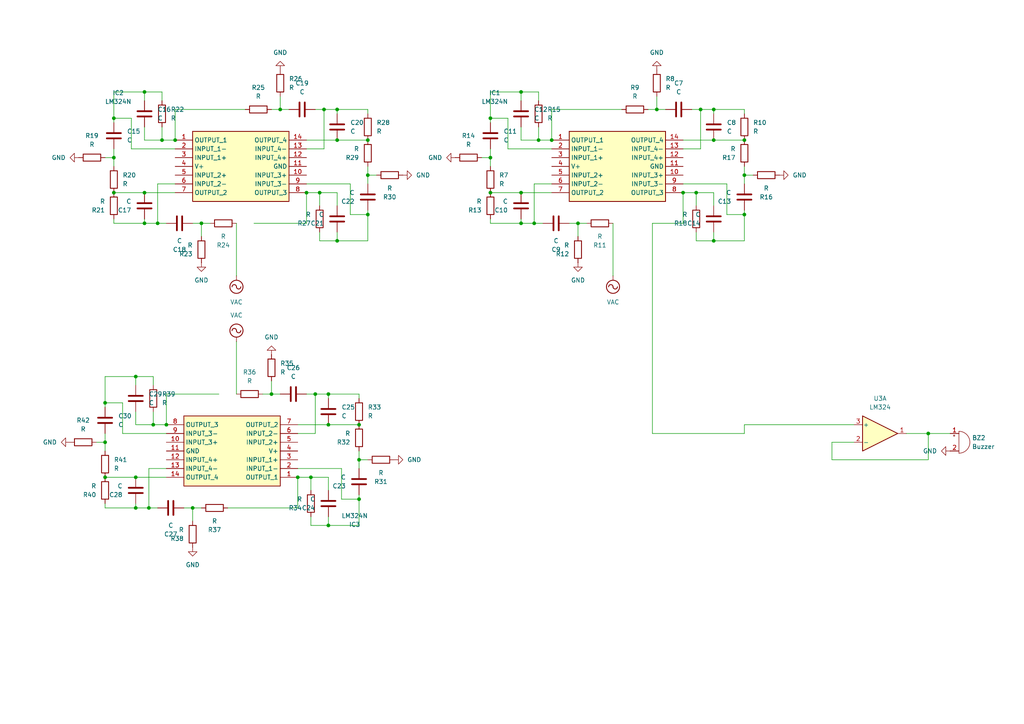
<source format=kicad_sch>
(kicad_sch (version 20250114) (generator "eeschema") (generator_version "9.0")
  (paper "A4")
  (lib_symbols
    (symbol "Amplifier_Operational:LM324" (pin_names (offset 0.127))
      (property "Reference" "U" (at 0 5.08 0))
      (property "Value" "LM324" (at 0 -5.08 0))
      (symbol "LM324_1_1"
        (polyline (pts (xy -5.08 5.08) (xy 5.08 0) (xy -5.08 -5.08) (xy -5.08 5.08)) (stroke (width 0.254)) (fill (type background)))
        (pin input line (at -7.62 2.54 0) (length 2.54) (name "+") (number "3"))
        (pin input line (at -7.62 -2.54 0) (length 2.54) (name "-") (number "2"))
        (pin output line (at 7.62 0 180) (length 2.54) (name "~") (number "1"))
      )
      (symbol "LM324_2_1"
        (polyline (pts (xy -5.08 5.08) (xy 5.08 0) (xy -5.08 -5.08) (xy -5.08 5.08)) (stroke (width 0.254)) (fill (type background)))
        (pin input line (at -7.62 2.54 0) (length 2.54) (name "+") (number "5"))
        (pin input line (at -7.62 -2.54 0) (length 2.54) (name "-") (number "6"))
        (pin output line (at 7.62 0 180) (length 2.54) (name "~") (number "7"))
      )
      (symbol "LM324_3_1"
        (polyline (pts (xy -5.08 5.08) (xy 5.08 0) (xy -5.08 -5.08) (xy -5.08 5.08)) (stroke (width 0.254)) (fill (type background)))
        (pin input line (at -7.62 2.54 0) (length 2.54) (name "+") (number "10"))
        (pin input line (at -7.62 -2.54 0) (length 2.54) (name "-") (number "9"))
        (pin output line (at 7.62 0 180) (length 2.54) (name "~") (number "8"))
      )
      (symbol "LM324_4_1"
        (polyline (pts (xy -5.08 5.08) (xy 5.08 0) (xy -5.08 -5.08) (xy -5.08 5.08)) (stroke (width 0.254)) (fill (type background)))
        (pin input line (at -7.62 2.54 0) (length 2.54) (name "+") (number "12"))
        (pin input line (at -7.62 -2.54 0) (length 2.54) (name "-") (number "13"))
        (pin output line (at 7.62 0 180) (length 2.54) (name "~") (number "14"))
      )
      (symbol "LM324_5_1"
        (pin power_in line (at -2.54 7.62 270) (length 3.81) (name "V+") (number "4"))
        (pin power_in line (at -2.54 -7.62 90) (length 3.81) (name "V-") (number "11"))
      )
    )
    (symbol "Device:Buzzer" (pin_names (offset 0.0254) (hide yes))
      (property "Reference" "BZ" (at 3.81 1.27 0))
      (property "Value" "Buzzer" (at 3.81 -1.27 0))
      (symbol "Buzzer_0_1"
        (polyline (pts (xy -1.651 1.905) (xy -1.143 1.905)))
        (polyline (pts (xy -1.397 2.159) (xy -1.397 1.651)))
        (arc (start 0 3.175) (mid 3.1612 0) (end 0 -3.175))
        (polyline (pts (xy 0 3.175) (xy 0 -3.175)))
      )
      (symbol "Buzzer_1_1"
        (pin passive line (at -2.54 2.54 0) (length 2.54) (name "+") (number "1"))
        (pin passive line (at -2.54 -2.54 0) (length 2.54) (name "-") (number "2"))
      )
    )
    (symbol "Device:C" (pin_numbers (hide yes)) (pin_names (offset 0.254))
      (property "Reference" "C" (at 0.635 2.54 0))
      (property "Value" "C" (at 0.635 -2.54 0))
      (symbol "C_0_1"
        (polyline (pts (xy -2.032 0.762) (xy 2.032 0.762)) (stroke (width 0.508)))
        (polyline (pts (xy -2.032 -0.762) (xy 2.032 -0.762)) (stroke (width 0.508)))
      )
      (symbol "C_1_1"
        (pin passive line (at 0 3.81 270) (length 2.794) (name "~") (number "1"))
        (pin passive line (at 0 -3.81 90) (length 2.794) (name "~") (number "2"))
      )
    )
    (symbol "Device:R" (pin_numbers (hide yes)) (pin_names (offset 0))
      (property "Reference" "R" (at 2.032 0 90))
      (property "Value" "R" (at 0 0 90))
      (symbol "R_0_1"
        (rectangle (start -1.016 -2.54) (end 1.016 2.54) (stroke (width 0.254)))
      )
      (symbol "R_1_1"
        (pin passive line (at 0 3.81 270) (length 1.27) (name "~") (number "1"))
        (pin passive line (at 0 -3.81 90) (length 1.27) (name "~") (number "2"))
      )
    )
    (symbol "New_Library:LM324N"
      (property "Reference" "IC" (at 34.29 7.62 0))
      (property "Value" "LM324N" (at 34.29 5.08 0))
      (symbol "LM324N_1_1"
        (rectangle (start 5.08 2.54) (end 33.02 -17.78) (stroke (width 0.254)) (fill (type background)))
        (pin passive line (at 0 0 0) (length 5.08) (name "OUTPUT_1") (number "1"))
        (pin passive line (at 0 -2.54 0) (length 5.08) (name "INPUT_1-") (number "2"))
        (pin passive line (at 0 -5.08 0) (length 5.08) (name "INPUT_1+") (number "3"))
        (pin passive line (at 0 -7.62 0) (length 5.08) (name "V+") (number "4"))
        (pin passive line (at 0 -10.16 0) (length 5.08) (name "INPUT_2+") (number "5"))
        (pin passive line (at 0 -12.7 0) (length 5.08) (name "INPUT_2-") (number "6"))
        (pin passive line (at 0 -15.24 0) (length 5.08) (name "OUTPUT_2") (number "7"))
        (pin passive line (at 38.1 0 180) (length 5.08) (name "OUTPUT_4") (number "14"))
        (pin passive line (at 38.1 -2.54 180) (length 5.08) (name "INPUT_4-") (number "13"))
        (pin passive line (at 38.1 -5.08 180) (length 5.08) (name "INPUT_4+") (number "12"))
        (pin passive line (at 38.1 -7.62 180) (length 5.08) (name "GND") (number "11"))
        (pin passive line (at 38.1 -10.16 180) (length 5.08) (name "INPUT_3+") (number "10"))
        (pin passive line (at 38.1 -12.7 180) (length 5.08) (name "INPUT_3-") (number "9"))
        (pin passive line (at 38.1 -15.24 180) (length 5.08) (name "OUTPUT_3") (number "8"))
      )
    )
    (symbol "power:GND" (power) (pin_numbers (hide yes)) (pin_names (offset 0) (hide yes))
      (property "Value" "GND" (at 0 -3.81 0))
      (symbol "GND_0_1"
        (polyline (pts (xy 0 0) (xy 0 -1.27) (xy 1.27 -1.27) (xy 0 -2.54) (xy -1.27 -1.27) (xy 0 -1.27)))
      )
      (symbol "GND_1_1"
        (pin power_in line (at 0 0 270) (length 0) (name "~") (number "1"))
      )
    )
    (symbol "power:VAC" (power) (pin_numbers (hide yes)) (pin_names (offset 0) (hide yes))
      (property "Value" "VAC" (at 0 6.35 0))
      (symbol "VAC_0_1"
        (arc (start -1.27 3.175) (mid -0.635 3.8073) (end 0 3.175) (stroke (width 0.254)))
        (circle (center 0 3.175) (radius 1.905) (stroke (width 0.254)))
        (polyline (pts (xy 0 0) (xy 0 1.27)))
        (arc (start 1.27 3.175) (mid 0.635 2.5427) (end 0 3.175) (stroke (width 0.254)))
      )
      (symbol "VAC_1_1"
        (pin power_in line (at 0 0 90) (length 0) (name "~") (number "1"))
      )
    )
  )
  (junction (at 151.13 55.88))
  (junction (at 207.01 31.75))
  (junction (at 41.91 26.67))
  (junction (at 41.91 55.88))
  (junction (at 269.24 125.73))
  (junction (at 95.25 123.19))
  (junction (at 55.88 147.32))
  (junction (at 33.02 45.72))
  (junction (at 106.68 62.23))
  (junction (at 39.37 109.22))
  (junction (at 142.24 45.72))
  (junction (at 207.01 69.85))
  (junction (at 46.99 40.64))
  (junction (at 92.71 55.88))
  (junction (at 43.18 147.32))
  (junction (at 154.94 64.77))
  (junction (at 203.2 31.75))
  (junction (at 104.14 123.19))
  (junction (at 39.37 138.43))
  (junction (at 44.45 123.19))
  (junction (at 198.12 55.88))
  (junction (at 90.17 138.43))
  (junction (at 33.02 34.29))
  (junction (at 88.9 55.88))
  (junction (at 30.48 116.84))
  (junction (at 97.79 31.75))
  (junction (at 142.24 55.88))
  (junction (at 190.5 31.75))
  (junction (at 58.42 64.77))
  (junction (at 45.72 64.77))
  (junction (at 86.36 138.43))
  (junction (at 48.26 123.19))
  (junction (at 30.48 128.27))
  (junction (at 50.8 40.64))
  (junction (at 142.24 34.29))
  (junction (at 160.02 40.64))
  (junction (at 93.98 31.75))
  (junction (at 106.68 40.64))
  (junction (at 97.79 40.64))
  (junction (at 33.02 55.88))
  (junction (at 81.28 31.75))
  (junction (at 167.64 64.77))
  (junction (at 39.37 147.32))
  (junction (at 215.9 40.64))
  (junction (at 207.01 40.64))
  (junction (at 151.13 64.77))
  (junction (at 106.68 50.8))
  (junction (at 95.25 152.4))
  (junction (at 97.79 69.85))
  (junction (at 30.48 138.43))
  (junction (at 78.74 114.3))
  (junction (at 95.25 114.3))
  (junction (at 151.13 26.67))
  (junction (at 156.21 40.64))
  (junction (at 215.9 62.23))
  (junction (at 104.14 144.78))
  (junction (at 91.44 114.3))
  (junction (at 201.93 55.88))
  (junction (at 215.9 50.8))
  (junction (at 41.91 64.77))
  (junction (at 104.14 133.35))
  (wire (pts (xy 50.8 55.88) (xy 41.91 55.88)))
  (wire (pts (xy 215.9 53.34) (xy 215.9 50.8)))
  (wire (pts (xy 39.37 147.32) (xy 30.48 147.32)))
  (wire (pts (xy 207.01 69.85) (xy 207.01 67.31)))
  (wire (pts (xy 189.23 64.77) (xy 189.23 125.73)))
  (wire (pts (xy 160.02 55.88) (xy 151.13 55.88)))
  (wire (pts (xy 198.12 43.18) (xy 203.2 43.18)))
  (wire (pts (xy 81.28 31.75) (xy 83.82 31.75)))
  (wire (pts (xy 142.24 34.29) (xy 142.24 35.56)))
  (wire (pts (xy 86.36 147.32) (xy 86.36 138.43)))
  (wire (pts (xy 160.02 31.75) (xy 180.34 31.75)))
  (wire (pts (xy 91.44 31.75) (xy 93.98 31.75)))
  (wire (pts (xy 41.91 36.83) (xy 41.91 40.64)))
  (wire (pts (xy 151.13 26.67) (xy 151.13 29.21)))
  (wire (pts (xy 203.2 31.75) (xy 203.2 43.18)))
  (wire (pts (xy 189.23 64.77) (xy 198.12 64.77)))
  (wire (pts (xy 106.68 31.75) (xy 106.68 33.02)))
  (wire (pts (xy 95.25 152.4) (xy 95.25 149.86)))
  (wire (pts (xy 39.37 138.43) (xy 30.48 138.43)))
  (wire (pts (xy 106.68 62.23) (xy 106.68 69.85)))
  (wire (pts (xy 106.68 133.35) (xy 104.14 133.35)))
  (wire (pts (xy 93.98 31.75) (xy 93.98 43.18)))
  (wire (pts (xy 104.14 144.78) (xy 104.14 152.4)))
  (wire (pts (xy 27.94 128.27) (xy 30.48 128.27)))
  (wire (pts (xy 97.79 31.75) (xy 106.68 31.75)))
  (wire (pts (xy 95.25 138.43) (xy 90.17 138.43)))
  (wire (pts (xy 190.5 27.94) (xy 190.5 31.75)))
  (wire (pts (xy 160.02 53.34) (xy 154.94 53.34)))
  (wire (pts (xy 104.14 114.3) (xy 104.14 115.57)))
  (wire (pts (xy 167.64 68.58) (xy 167.64 64.77)))
  (wire (pts (xy 92.71 69.85) (xy 92.71 67.31)))
  (wire (pts (xy 39.37 123.19) (xy 44.45 123.19)))
  (wire (pts (xy 207.01 59.69) (xy 207.01 55.88)))
  (wire (pts (xy 167.64 64.77) (xy 165.1 64.77)))
  (wire (pts (xy 99.06 135.89) (xy 86.36 135.89)))
  (wire (pts (xy 154.94 64.77) (xy 154.94 53.34)))
  (wire (pts (xy 207.01 55.88) (xy 201.93 55.88)))
  (wire (pts (xy 41.91 55.88) (xy 33.02 55.88)))
  (wire (pts (xy 92.71 59.69) (xy 92.71 55.88)))
  (wire (pts (xy 55.88 147.32) (xy 53.34 147.32)))
  (wire (pts (xy 92.71 55.88) (xy 88.9 55.88)))
  (wire (pts (xy 151.13 64.77) (xy 151.13 63.5)))
  (wire (pts (xy 90.17 142.24) (xy 90.17 138.43)))
  (wire (pts (xy 101.6 62.23) (xy 101.6 53.34)))
  (wire (pts (xy 86.36 125.73) (xy 91.44 125.73)))
  (wire (pts (xy 198.12 40.64) (xy 207.01 40.64)))
  (wire (pts (xy 44.45 119.38) (xy 44.45 123.19)))
  (wire (pts (xy 30.48 116.84) (xy 30.48 109.22)))
  (wire (pts (xy 101.6 53.34) (xy 88.9 53.34)))
  (wire (pts (xy 91.44 114.3) (xy 95.25 114.3)))
  (wire (pts (xy 203.2 31.75) (xy 207.01 31.75)))
  (wire (pts (xy 30.48 125.73) (xy 30.48 128.27)))
  (wire (pts (xy 151.13 64.77) (xy 142.24 64.77)))
  (wire (pts (xy 218.44 50.8) (xy 215.9 50.8)))
  (wire (pts (xy 33.02 34.29) (xy 38.1 34.29)))
  (wire (pts (xy 142.24 26.67) (xy 151.13 26.67)))
  (wire (pts (xy 269.24 125.73) (xy 275.59 125.73)))
  (wire (pts (xy 78.74 114.3) (xy 81.28 114.3)))
  (wire (pts (xy 33.02 26.67) (xy 41.91 26.67)))
  (wire (pts (xy 48.26 64.77) (xy 45.72 64.77)))
  (wire (pts (xy 142.24 45.72) (xy 142.24 48.26)))
  (wire (pts (xy 156.21 26.67) (xy 156.21 29.21)))
  (wire (pts (xy 207.01 31.75) (xy 215.9 31.75)))
  (wire (pts (xy 215.9 125.73) (xy 215.9 123.19)))
  (wire (pts (xy 142.24 43.18) (xy 142.24 45.72)))
  (wire (pts (xy 68.58 64.77) (xy 68.58 80.01)))
  (wire (pts (xy 151.13 36.83) (xy 151.13 40.64)))
  (wire (pts (xy 95.25 114.3) (xy 104.14 114.3)))
  (wire (pts (xy 147.32 34.29) (xy 147.32 43.18)))
  (wire (pts (xy 97.79 69.85) (xy 97.79 67.31)))
  (wire (pts (xy 44.45 123.19) (xy 48.26 123.19)))
  (wire (pts (xy 215.9 50.8) (xy 215.9 48.26)))
  (wire (pts (xy 215.9 31.75) (xy 215.9 33.02)))
  (wire (pts (xy 45.72 64.77) (xy 41.91 64.77)))
  (wire (pts (xy 99.06 144.78) (xy 99.06 135.89)))
  (wire (pts (xy 39.37 109.22) (xy 44.45 109.22)))
  (wire (pts (xy 35.56 116.84) (xy 35.56 125.73)))
  (wire (pts (xy 187.96 31.75) (xy 190.5 31.75)))
  (wire (pts (xy 44.45 109.22) (xy 44.45 111.76)))
  (wire (pts (xy 106.68 50.8) (xy 106.68 48.26)))
  (wire (pts (xy 46.99 26.67) (xy 46.99 29.21)))
  (wire (pts (xy 104.14 133.35) (xy 104.14 130.81)))
  (wire (pts (xy 88.9 64.77) (xy 88.9 55.88)))
  (wire (pts (xy 97.79 55.88) (xy 92.71 55.88)))
  (wire (pts (xy 147.32 43.18) (xy 160.02 43.18)))
  (wire (pts (xy 38.1 43.18) (xy 50.8 43.18)))
  (wire (pts (xy 68.58 114.3) (xy 68.58 99.06)))
  (wire (pts (xy 210.82 62.23) (xy 210.82 53.34)))
  (wire (pts (xy 30.48 128.27) (xy 30.48 130.81)))
  (wire (pts (xy 95.25 152.4) (xy 90.17 152.4)))
  (wire (pts (xy 30.48 116.84) (xy 35.56 116.84)))
  (wire (pts (xy 46.99 36.83) (xy 46.99 40.64)))
  (wire (pts (xy 97.79 31.75) (xy 97.79 33.02)))
  (wire (pts (xy 60.96 64.77) (xy 58.42 64.77)))
  (wire (pts (xy 156.21 40.64) (xy 160.02 40.64)))
  (wire (pts (xy 90.17 138.43) (xy 86.36 138.43)))
  (wire (pts (xy 104.14 152.4) (xy 95.25 152.4)))
  (wire (pts (xy 33.02 64.77) (xy 33.02 63.5)))
  (wire (pts (xy 45.72 147.32) (xy 43.18 147.32)))
  (wire (pts (xy 30.48 147.32) (xy 30.48 146.05)))
  (wire (pts (xy 97.79 40.64) (xy 106.68 40.64)))
  (wire (pts (xy 106.68 62.23) (xy 101.6 62.23)))
  (wire (pts (xy 156.21 36.83) (xy 156.21 40.64)))
  (wire (pts (xy 93.98 31.75) (xy 97.79 31.75)))
  (wire (pts (xy 41.91 26.67) (xy 41.91 29.21)))
  (wire (pts (xy 41.91 64.77) (xy 41.91 63.5)))
  (wire (pts (xy 63.5 114.3) (xy 48.26 114.3)))
  (wire (pts (xy 91.44 114.3) (xy 91.44 125.73)))
  (wire (pts (xy 43.18 147.32) (xy 43.18 135.89)))
  (wire (pts (xy 104.14 135.89) (xy 104.14 133.35)))
  (wire (pts (xy 58.42 64.77) (xy 55.88 64.77)))
  (wire (pts (xy 241.3 133.35) (xy 269.24 133.35)))
  (wire (pts (xy 48.26 114.3) (xy 48.26 123.19)))
  (wire (pts (xy 109.22 50.8) (xy 106.68 50.8)))
  (wire (pts (xy 200.66 31.75) (xy 203.2 31.75)))
  (wire (pts (xy 95.25 123.19) (xy 104.14 123.19)))
  (wire (pts (xy 90.17 152.4) (xy 90.17 149.86)))
  (wire (pts (xy 106.68 69.85) (xy 97.79 69.85)))
  (wire (pts (xy 86.36 123.19) (xy 95.25 123.19)))
  (wire (pts (xy 88.9 43.18) (xy 93.98 43.18)))
  (wire (pts (xy 241.3 128.27) (xy 247.65 128.27)))
  (wire (pts (xy 39.37 109.22) (xy 39.37 111.76)))
  (wire (pts (xy 33.02 45.72) (xy 33.02 48.26)))
  (wire (pts (xy 35.56 125.73) (xy 48.26 125.73)))
  (wire (pts (xy 215.9 62.23) (xy 215.9 60.96)))
  (wire (pts (xy 215.9 62.23) (xy 210.82 62.23)))
  (wire (pts (xy 33.02 34.29) (xy 33.02 26.67)))
  (wire (pts (xy 210.82 53.34) (xy 198.12 53.34)))
  (wire (pts (xy 33.02 34.29) (xy 33.02 35.56)))
  (wire (pts (xy 45.72 64.77) (xy 45.72 53.34)))
  (wire (pts (xy 139.7 45.72) (xy 142.24 45.72)))
  (wire (pts (xy 201.93 69.85) (xy 201.93 67.31)))
  (wire (pts (xy 41.91 64.77) (xy 33.02 64.77)))
  (wire (pts (xy 78.74 31.75) (xy 81.28 31.75)))
  (wire (pts (xy 58.42 68.58) (xy 58.42 64.77)))
  (wire (pts (xy 106.68 53.34) (xy 106.68 50.8)))
  (wire (pts (xy 97.79 69.85) (xy 92.71 69.85)))
  (wire (pts (xy 207.01 40.64) (xy 215.9 40.64)))
  (wire (pts (xy 86.36 147.32) (xy 66.04 147.32)))
  (wire (pts (xy 50.8 31.75) (xy 50.8 40.64)))
  (wire (pts (xy 73.66 64.77) (xy 88.9 64.77)))
  (wire (pts (xy 41.91 26.67) (xy 46.99 26.67)))
  (wire (pts (xy 78.74 110.49) (xy 78.74 114.3)))
  (wire (pts (xy 190.5 31.75) (xy 193.04 31.75)))
  (wire (pts (xy 50.8 31.75) (xy 71.12 31.75)))
  (wire (pts (xy 201.93 59.69) (xy 201.93 55.88)))
  (wire (pts (xy 39.37 147.32) (xy 39.37 146.05)))
  (wire (pts (xy 201.93 55.88) (xy 198.12 55.88)))
  (wire (pts (xy 58.42 147.32) (xy 55.88 147.32)))
  (wire (pts (xy 154.94 64.77) (xy 151.13 64.77)))
  (wire (pts (xy 95.25 114.3) (xy 95.25 115.57)))
  (wire (pts (xy 97.79 59.69) (xy 97.79 55.88)))
  (wire (pts (xy 160.02 31.75) (xy 160.02 40.64)))
  (wire (pts (xy 95.25 142.24) (xy 95.25 138.43)))
  (wire (pts (xy 76.2 114.3) (xy 78.74 114.3)))
  (wire (pts (xy 198.12 64.77) (xy 198.12 55.88)))
  (wire (pts (xy 142.24 34.29) (xy 147.32 34.29)))
  (wire (pts (xy 81.28 27.94) (xy 81.28 31.75)))
  (wire (pts (xy 207.01 31.75) (xy 207.01 33.02)))
  (wire (pts (xy 33.02 43.18) (xy 33.02 45.72)))
  (wire (pts (xy 41.91 40.64) (xy 46.99 40.64)))
  (wire (pts (xy 88.9 40.64) (xy 97.79 40.64)))
  (wire (pts (xy 30.48 116.84) (xy 30.48 118.11)))
  (wire (pts (xy 215.9 69.85) (xy 207.01 69.85)))
  (wire (pts (xy 157.48 64.77) (xy 154.94 64.77)))
  (wire (pts (xy 48.26 138.43) (xy 39.37 138.43)))
  (wire (pts (xy 151.13 55.88) (xy 142.24 55.88)))
  (wire (pts (xy 207.01 69.85) (xy 201.93 69.85)))
  (wire (pts (xy 48.26 135.89) (xy 43.18 135.89)))
  (wire (pts (xy 262.89 125.73) (xy 269.24 125.73)))
  (wire (pts (xy 88.9 114.3) (xy 91.44 114.3)))
  (wire (pts (xy 55.88 151.13) (xy 55.88 147.32)))
  (wire (pts (xy 241.3 128.27) (xy 241.3 133.35)))
  (wire (pts (xy 269.24 125.73) (xy 269.24 133.35)))
  (wire (pts (xy 151.13 40.64) (xy 156.21 40.64)))
  (wire (pts (xy 215.9 62.23) (xy 215.9 69.85)))
  (wire (pts (xy 50.8 53.34) (xy 45.72 53.34)))
  (wire (pts (xy 104.14 144.78) (xy 104.14 143.51)))
  (wire (pts (xy 142.24 34.29) (xy 142.24 26.67)))
  (wire (pts (xy 170.18 64.77) (xy 167.64 64.77)))
  (wire (pts (xy 30.48 109.22) (xy 39.37 109.22)))
  (wire (pts (xy 104.14 144.78) (xy 99.06 144.78)))
  (wire (pts (xy 189.23 125.73) (xy 215.9 125.73)))
  (wire (pts (xy 38.1 34.29) (xy 38.1 43.18)))
  (wire (pts (xy 30.48 45.72) (xy 33.02 45.72)))
  (wire (pts (xy 142.24 64.77) (xy 142.24 63.5)))
  (wire (pts (xy 215.9 123.19) (xy 247.65 123.19)))
  (wire (pts (xy 39.37 119.38) (xy 39.37 123.19)))
  (wire (pts (xy 106.68 62.23) (xy 106.68 60.96)))
  (wire (pts (xy 43.18 147.32) (xy 39.37 147.32)))
  (wire (pts (xy 177.8 64.77) (xy 177.8 80.01)))
  (wire (pts (xy 151.13 26.67) (xy 156.21 26.67)))
  (wire (pts (xy 46.99 40.64) (xy 50.8 40.64)))
  (symbol (lib_id "New_Library:LM324N") (at 160.02 40.64 0) (unit 1)
    (property "Reference" "IC1" (at 143.51 26.924 0))
    (property "Value" "LM324N" (at 143.51 29.464 0))
    (property "Footprint" "DIP794W56P254L1905H533Q14N" (effects (hide yes)))
    (property "Datasheet" "http://www.ti.com/lit/ds/symlink/lm324-n.pdf" (effects (hide yes)))
    (property "Description" "OP Amp Quad GP 16V/32V 14-Pin PDIP Texas Instruments LM324N, Quad Op Amp, 1.2MHz, 5-28 V, 14-Pin PDIP" (effects (hide yes)))
    (property "Height" "5.334" (effects (hide yes)))
    (property "Mouser Part Number" "595-LM324N" (effects (hide yes)))
    (property "Mouser Price/Stock" "https://www.mouser.co.uk/ProductDetail/Texas-Instruments/LM324N?qs=VolsR0DjNPqtt3qB38bTqw%3D%3D" (effects (hide yes)))
    (property "Manufacturer_Name" "Texas Instruments" (effects (hide yes)))
    (property "Manufacturer_Part_Number" "LM324N" (effects (hide yes)))
  )
  (symbol (lib_id "Device:R") (at 167.64 72.39 180) (unit 1)
    (property "Reference" "R12" (at 165.1 73.6601 0) (effects (justify left)))
    (property "Value" "R" (at 165.1 71.1201 0) (effects (justify left)))
    (property "Description" "Resistor" (effects (hide yes)))
  )
  (symbol (lib_id "Device:R") (at 24.13 128.27 90) (unit 1)
    (property "Reference" "R42" (at 24.13 121.92 90))
    (property "Value" "R" (at 24.13 124.46 90))
    (property "Description" "Resistor" (effects (hide yes)))
  )
  (symbol (lib_id "Device:R") (at 33.02 52.07 0) (unit 1)
    (property "Reference" "R20" (at 35.56 50.7999 0) (effects (justify left)))
    (property "Value" "R" (at 35.56 53.3399 0) (effects (justify left)))
    (property "Description" "Resistor" (effects (hide yes)))
  )
  (symbol (lib_id "power:VAC") (at 68.58 80.01 180) (unit 1)
    (property "Reference" "#PWR018" (effects (hide yes)))
    (property "Value" "VAC" (at 68.58 87.63 0))
    (property "Description" "Power symbol creates a global label with name \"VAC\"" (effects (hide yes)))
  )
  (symbol (lib_id "Device:C") (at 49.53 147.32 270) (unit 1)
    (property "Reference" "C27" (at 49.53 154.94 90))
    (property "Value" "C" (at 49.53 152.4 90))
    (property "Description" "Unpolarized capacitor" (effects (hide yes)))
  )
  (symbol (lib_id "Device:R") (at 156.21 33.02 0) (unit 1)
    (property "Reference" "R15" (at 158.75 31.7499 0) (effects (justify left)))
    (property "Value" "R" (at 158.75 34.2899 0) (effects (justify left)))
    (property "Description" "Resistor" (effects (hide yes)))
  )
  (symbol (lib_id "Device:C") (at 41.91 59.69 180) (unit 1)
    (property "Reference" "C17" (at 38.1 60.9601 0) (effects (justify left)))
    (property "Value" "C" (at 38.1 58.4201 0) (effects (justify left)))
    (property "Description" "Unpolarized capacitor" (effects (hide yes)))
  )
  (symbol (lib_id "Device:C") (at 207.01 36.83 0) (unit 1)
    (property "Reference" "C8" (at 210.82 35.5599 0) (effects (justify left)))
    (property "Value" "C" (at 210.82 38.0999 0) (effects (justify left)))
    (property "Description" "Unpolarized capacitor" (effects (hide yes)))
  )
  (symbol (lib_id "Device:C") (at 104.14 139.7 180) (unit 1)
    (property "Reference" "C23" (at 100.33 140.9701 0) (effects (justify left)))
    (property "Value" "C" (at 100.33 138.4301 0) (effects (justify left)))
    (property "Description" "Unpolarized capacitor" (effects (hide yes)))
  )
  (symbol (lib_id "New_Library:LM324N") (at 86.36 138.43 180) (unit 1)
    (property "Reference" "IC3" (at 102.87 152.146 0))
    (property "Value" "LM324N" (at 102.87 149.606 0))
    (property "Footprint" "DIP794W56P254L1905H533Q14N" (effects (hide yes)))
    (property "Datasheet" "http://www.ti.com/lit/ds/symlink/lm324-n.pdf" (effects (hide yes)))
    (property "Description" "OP Amp Quad GP 16V/32V 14-Pin PDIP Texas Instruments LM324N, Quad Op Amp, 1.2MHz, 5-28 V, 14-Pin PDIP" (effects (hide yes)))
    (property "Height" "5.334" (effects (hide yes)))
    (property "Mouser Part Number" "595-LM324N" (effects (hide yes)))
    (property "Mouser Price/Stock" "https://www.mouser.co.uk/ProductDetail/Texas-Instruments/LM324N?qs=VolsR0DjNPqtt3qB38bTqw%3D%3D" (effects (hide yes)))
    (property "Manufacturer_Name" "Texas Instruments" (effects (hide yes)))
    (property "Manufacturer_Part_Number" "LM324N" (effects (hide yes)))
  )
  (symbol (lib_id "Device:R") (at 106.68 44.45 180) (unit 1)
    (property "Reference" "R29" (at 104.14 45.7201 0) (effects (justify left)))
    (property "Value" "R" (at 104.14 43.1801 0) (effects (justify left)))
    (property "Description" "Resistor" (effects (hide yes)))
  )
  (symbol (lib_id "Device:R") (at 26.67 45.72 90) (unit 1)
    (property "Reference" "R19" (at 26.67 39.37 90))
    (property "Value" "R" (at 26.67 41.91 90))
    (property "Description" "Resistor" (effects (hide yes)))
  )
  (symbol (lib_id "power:GND") (at 132.08 45.72 270) (unit 1)
    (property "Reference" "#PWR010" (effects (hide yes)))
    (property "Value" "GND" (at 128.27 45.7199 90) (effects (justify right)))
    (property "Description" "Power symbol creates a global label with name \"GND\" , ground" (effects (hide yes)))
  )
  (symbol (lib_id "Device:R") (at 30.48 142.24 0) (unit 1)
    (property "Reference" "R40" (at 27.94 143.5101 0) (effects (justify right)))
    (property "Value" "R" (at 27.94 140.9701 0) (effects (justify right)))
    (property "Description" "Resistor" (effects (hide yes)))
  )
  (symbol (lib_id "Device:C") (at 196.85 31.75 90) (unit 1)
    (property "Reference" "C7" (at 196.85 24.13 90))
    (property "Value" "C" (at 196.85 26.67 90))
    (property "Description" "Unpolarized capacitor" (effects (hide yes)))
  )
  (symbol (lib_id "power:GND") (at 58.42 76.2 0) (unit 1)
    (property "Reference" "#PWR017" (effects (hide yes)))
    (property "Value" "GND" (at 58.42 81.28 0))
    (property "Description" "Power symbol creates a global label with name \"GND\" , ground" (effects (hide yes)))
  )
  (symbol (lib_id "power:GND") (at 55.88 158.75 0) (unit 1)
    (property "Reference" "#PWR024" (effects (hide yes)))
    (property "Value" "GND" (at 55.88 163.83 0))
    (property "Description" "Power symbol creates a global label with name \"GND\" , ground" (effects (hide yes)))
  )
  (symbol (lib_id "power:GND") (at 78.74 102.87 180) (unit 1)
    (property "Reference" "#PWR022" (effects (hide yes)))
    (property "Value" "GND" (at 78.74 97.79 0))
    (property "Description" "Power symbol creates a global label with name \"GND\" , ground" (effects (hide yes)))
  )
  (symbol (lib_id "Device:C") (at 39.37 142.24 180) (unit 1)
    (property "Reference" "C28" (at 35.56 143.5101 0) (effects (justify left)))
    (property "Value" "C" (at 35.56 140.9701 0) (effects (justify left)))
    (property "Description" "Unpolarized capacitor" (effects (hide yes)))
  )
  (symbol (lib_id "Device:C") (at 52.07 64.77 270) (unit 1)
    (property "Reference" "C18" (at 52.07 72.39 90))
    (property "Value" "C" (at 52.07 69.85 90))
    (property "Description" "Unpolarized capacitor" (effects (hide yes)))
  )
  (symbol (lib_id "power:GND") (at 81.28 20.32 180) (unit 1)
    (property "Reference" "#PWR019" (effects (hide yes)))
    (property "Value" "GND" (at 81.28 15.24 0))
    (property "Description" "Power symbol creates a global label with name \"GND\" , ground" (effects (hide yes)))
  )
  (symbol (lib_id "Device:R") (at 190.5 24.13 0) (unit 1)
    (property "Reference" "R8" (at 193.04 22.8599 0) (effects (justify left)))
    (property "Value" "R" (at 193.04 25.3999 0) (effects (justify left)))
    (property "Description" "Resistor" (effects (hide yes)))
  )
  (symbol (lib_id "Device:C") (at 151.13 59.69 180) (unit 1)
    (property "Reference" "C10" (at 147.32 60.9601 0) (effects (justify left)))
    (property "Value" "C" (at 147.32 58.4201 0) (effects (justify left)))
    (property "Description" "Unpolarized capacitor" (effects (hide yes)))
  )
  (symbol (lib_id "Device:C") (at 215.9 57.15 180) (unit 1)
    (property "Reference" "C13" (at 212.09 58.4201 0) (effects (justify left)))
    (property "Value" "C" (at 212.09 55.8801 0) (effects (justify left)))
    (property "Description" "Unpolarized capacitor" (effects (hide yes)))
  )
  (symbol (lib_id "Device:C") (at 95.25 119.38 0) (unit 1)
    (property "Reference" "C25" (at 99.06 118.1099 0) (effects (justify left)))
    (property "Value" "C" (at 99.06 120.6499 0) (effects (justify left)))
    (property "Description" "Unpolarized capacitor" (effects (hide yes)))
  )
  (symbol (lib_id "power:GND") (at 226.06 50.8 90) (unit 1)
    (property "Reference" "#PWR012" (effects (hide yes)))
    (property "Value" "GND" (at 229.87 50.7999 90) (effects (justify right)))
    (property "Description" "Power symbol creates a global label with name \"GND\" , ground" (effects (hide yes)))
  )
  (symbol (lib_id "Device:R") (at 106.68 36.83 180) (unit 1)
    (property "Reference" "R28" (at 109.22 35.5599 0) (effects (justify right)))
    (property "Value" "R" (at 109.22 38.0999 0) (effects (justify right)))
    (property "Description" "Resistor" (effects (hide yes)))
  )
  (symbol (lib_id "Device:R") (at 74.93 31.75 90) (unit 1)
    (property "Reference" "R25" (at 74.93 25.4 90))
    (property "Value" "R" (at 74.93 27.94 90))
    (property "Description" "Resistor" (effects (hide yes)))
  )
  (symbol (lib_id "Device:R") (at 113.03 50.8 270) (unit 1)
    (property "Reference" "R30" (at 113.03 57.15 90))
    (property "Value" "R" (at 113.03 54.61 90))
    (property "Description" "Resistor" (effects (hide yes)))
  )
  (symbol (lib_id "Device:R") (at 90.17 146.05 180) (unit 1)
    (property "Reference" "R34" (at 87.63 147.3201 0) (effects (justify left)))
    (property "Value" "R" (at 87.63 144.7801 0) (effects (justify left)))
    (property "Description" "Resistor" (effects (hide yes)))
  )
  (symbol (lib_id "power:GND") (at 22.86 45.72 270) (unit 1)
    (property "Reference" "#PWR016" (effects (hide yes)))
    (property "Value" "GND" (at 19.05 45.7199 90) (effects (justify right)))
    (property "Description" "Power symbol creates a global label with name \"GND\" , ground" (effects (hide yes)))
  )
  (symbol (lib_id "Device:R") (at 58.42 72.39 180) (unit 1)
    (property "Reference" "R23" (at 55.88 73.6601 0) (effects (justify left)))
    (property "Value" "R" (at 55.88 71.1201 0) (effects (justify left)))
    (property "Description" "Resistor" (effects (hide yes)))
  )
  (symbol (lib_id "Device:C") (at 30.48 121.92 0) (unit 1)
    (property "Reference" "C30" (at 34.29 120.6499 0) (effects (justify left)))
    (property "Value" "C" (at 34.29 123.1899 0) (effects (justify left)))
    (property "Description" "Unpolarized capacitor" (effects (hide yes)))
  )
  (symbol (lib_id "power:GND") (at 275.59 130.81 270) (unit 1)
    (property "Reference" "#PWR015" (effects (hide yes)))
    (property "Value" "GND" (at 271.78 130.8099 90) (effects (justify right)))
    (property "Description" "Power symbol creates a global label with name \"GND\" , ground" (effects (hide yes)))
  )
  (symbol (lib_id "Device:C") (at 161.29 64.77 270) (unit 1)
    (property "Reference" "C9" (at 161.29 72.39 90))
    (property "Value" "C" (at 161.29 69.85 90))
    (property "Description" "Unpolarized capacitor" (effects (hide yes)))
  )
  (symbol (lib_id "Device:C") (at 151.13 33.02 0) (unit 1)
    (property "Reference" "C12" (at 154.94 31.7499 0) (effects (justify left)))
    (property "Value" "C" (at 154.94 34.2899 0) (effects (justify left)))
    (property "Description" "Unpolarized capacitor" (effects (hide yes)))
  )
  (symbol (lib_id "Device:Buzzer") (at 278.13 128.27 0) (unit 1)
    (property "Reference" "BZ2" (at 281.94 126.9999 0) (effects (justify left)))
    (property "Value" "Buzzer" (at 281.94 129.5399 0) (effects (justify left)))
    (property "Description" "Buzzer, polarized" (effects (hide yes)))
  )
  (symbol (lib_id "Device:C") (at 142.24 39.37 0) (unit 1)
    (property "Reference" "C11" (at 146.05 38.0999 0) (effects (justify left)))
    (property "Value" "C" (at 146.05 40.6399 0) (effects (justify left)))
    (property "Description" "Unpolarized capacitor" (effects (hide yes)))
  )
  (symbol (lib_id "Device:C") (at 41.91 33.02 0) (unit 1)
    (property "Reference" "C16" (at 45.72 31.7499 0) (effects (justify left)))
    (property "Value" "C" (at 45.72 34.2899 0) (effects (justify left)))
    (property "Description" "Unpolarized capacitor" (effects (hide yes)))
  )
  (symbol (lib_id "Device:R") (at 44.45 115.57 0) (unit 1)
    (property "Reference" "R39" (at 46.99 114.2999 0) (effects (justify left)))
    (property "Value" "R" (at 46.99 116.8399 0) (effects (justify left)))
    (property "Description" "Resistor" (effects (hide yes)))
  )
  (symbol (lib_id "Device:R") (at 110.49 133.35 270) (unit 1)
    (property "Reference" "R31" (at 110.49 139.7 90))
    (property "Value" "R" (at 110.49 137.16 90))
    (property "Description" "Resistor" (effects (hide yes)))
  )
  (symbol (lib_id "Device:C") (at 87.63 31.75 90) (unit 1)
    (property "Reference" "C19" (at 87.63 24.13 90))
    (property "Value" "C" (at 87.63 26.67 90))
    (property "Description" "Unpolarized capacitor" (effects (hide yes)))
  )
  (symbol (lib_id "Device:C") (at 85.09 114.3 90) (unit 1)
    (property "Reference" "C26" (at 85.09 106.68 90))
    (property "Value" "C" (at 85.09 109.22 90))
    (property "Description" "Unpolarized capacitor" (effects (hide yes)))
  )
  (symbol (lib_id "Device:R") (at 64.77 64.77 270) (unit 1)
    (property "Reference" "R24" (at 64.77 71.12 90))
    (property "Value" "R" (at 64.77 68.58 90))
    (property "Description" "Resistor" (effects (hide yes)))
  )
  (symbol (lib_id "Device:R") (at 104.14 119.38 180) (unit 1)
    (property "Reference" "R33" (at 106.68 118.1099 0) (effects (justify right)))
    (property "Value" "R" (at 106.68 120.6499 0) (effects (justify right)))
    (property "Description" "Resistor" (effects (hide yes)))
  )
  (symbol (lib_id "Device:R") (at 104.14 127 180) (unit 1)
    (property "Reference" "R32" (at 101.6 128.2701 0) (effects (justify left)))
    (property "Value" "R" (at 101.6 125.7301 0) (effects (justify left)))
    (property "Description" "Resistor" (effects (hide yes)))
  )
  (symbol (lib_id "Device:R") (at 30.48 134.62 0) (unit 1)
    (property "Reference" "R41" (at 33.02 133.3499 0) (effects (justify left)))
    (property "Value" "R" (at 33.02 135.8899 0) (effects (justify left)))
    (property "Description" "Resistor" (effects (hide yes)))
  )
  (symbol (lib_id "Device:R") (at 135.89 45.72 90) (unit 1)
    (property "Reference" "R14" (at 135.89 39.37 90))
    (property "Value" "R" (at 135.89 41.91 90))
    (property "Description" "Resistor" (effects (hide yes)))
  )
  (symbol (lib_id "Amplifier_Operational:LM324") (at 255.27 125.73 0) (unit 1)
    (property "Reference" "U3" (at 255.27 115.57 0))
    (property "Value" "LM324" (at 255.27 118.11 0))
    (property "Datasheet" "http://www.ti.com/lit/ds/symlink/lm2902-n.pdf" (effects (hide yes)))
    (property "Description" "Low-Power, Quad-Operational Amplifiers, DIP-14/SOIC-14/SSOP-14" (effects (hide yes)))
  )
  (symbol (lib_id "Device:C") (at 97.79 63.5 180) (unit 1)
    (property "Reference" "C21" (at 93.98 64.7701 0) (effects (justify left)))
    (property "Value" "C" (at 93.98 62.2301 0) (effects (justify left)))
    (property "Description" "Unpolarized capacitor" (effects (hide yes)))
  )
  (symbol (lib_id "power:GND") (at 190.5 20.32 180) (unit 1)
    (property "Reference" "#PWR013" (effects (hide yes)))
    (property "Value" "GND" (at 190.5 15.24 0))
    (property "Description" "Power symbol creates a global label with name \"GND\" , ground" (effects (hide yes)))
  )
  (symbol (lib_id "Device:C") (at 97.79 36.83 0) (unit 1)
    (property "Reference" "C20" (at 101.6 35.5599 0) (effects (justify left)))
    (property "Value" "C" (at 101.6 38.0999 0) (effects (justify left)))
    (property "Description" "Unpolarized capacitor" (effects (hide yes)))
  )
  (symbol (lib_id "Device:C") (at 33.02 39.37 0) (unit 1)
    (property "Reference" "C15" (at 36.83 38.0999 0) (effects (justify left)))
    (property "Value" "C" (at 36.83 40.6399 0) (effects (justify left)))
    (property "Description" "Unpolarized capacitor" (effects (hide yes)))
  )
  (symbol (lib_id "Device:C") (at 106.68 57.15 180) (unit 1)
    (property "Reference" "C22" (at 102.87 58.4201 0) (effects (justify left)))
    (property "Value" "C" (at 102.87 55.8801 0) (effects (justify left)))
    (property "Description" "Unpolarized capacitor" (effects (hide yes)))
  )
  (symbol (lib_id "Device:R") (at 184.15 31.75 90) (unit 1)
    (property "Reference" "R9" (at 184.15 25.4 90))
    (property "Value" "R" (at 184.15 27.94 90))
    (property "Description" "Resistor" (effects (hide yes)))
  )
  (symbol (lib_id "Device:C") (at 207.01 63.5 180) (unit 1)
    (property "Reference" "C14" (at 203.2 64.7701 0) (effects (justify left)))
    (property "Value" "C" (at 203.2 62.2301 0) (effects (justify left)))
    (property "Description" "Unpolarized capacitor" (effects (hide yes)))
  )
  (symbol (lib_id "Device:C") (at 39.37 115.57 0) (unit 1)
    (property "Reference" "C29" (at 43.18 114.2999 0) (effects (justify left)))
    (property "Value" "C" (at 43.18 116.8399 0) (effects (justify left)))
    (property "Description" "Unpolarized capacitor" (effects (hide yes)))
  )
  (symbol (lib_id "Device:R") (at 62.23 147.32 270) (unit 1)
    (property "Reference" "R37" (at 62.23 153.67 90))
    (property "Value" "R" (at 62.23 151.13 90))
    (property "Description" "Resistor" (effects (hide yes)))
  )
  (symbol (lib_id "Device:R") (at 173.99 64.77 270) (unit 1)
    (property "Reference" "R11" (at 173.99 71.12 90))
    (property "Value" "R" (at 173.99 68.58 90))
    (property "Description" "Resistor" (effects (hide yes)))
  )
  (symbol (lib_id "power:GND") (at 116.84 50.8 90) (unit 1)
    (property "Reference" "#PWR020" (effects (hide yes)))
    (property "Value" "GND" (at 120.65 50.7999 90) (effects (justify right)))
    (property "Description" "Power symbol creates a global label with name \"GND\" , ground" (effects (hide yes)))
  )
  (symbol (lib_id "Device:R") (at 215.9 36.83 180) (unit 1)
    (property "Reference" "R10" (at 218.44 35.5599 0) (effects (justify right)))
    (property "Value" "R" (at 218.44 38.0999 0) (effects (justify right)))
    (property "Description" "Resistor" (effects (hide yes)))
  )
  (symbol (lib_id "Device:R") (at 222.25 50.8 270) (unit 1)
    (property "Reference" "R16" (at 222.25 57.15 90))
    (property "Value" "R" (at 222.25 54.61 90))
    (property "Description" "Resistor" (effects (hide yes)))
  )
  (symbol (lib_id "Device:R") (at 215.9 44.45 180) (unit 1)
    (property "Reference" "R17" (at 213.36 45.7201 0) (effects (justify left)))
    (property "Value" "R" (at 213.36 43.1801 0) (effects (justify left)))
    (property "Description" "Resistor" (effects (hide yes)))
  )
  (symbol (lib_id "power:GND") (at 114.3 133.35 90) (unit 1)
    (property "Reference" "#PWR021" (effects (hide yes)))
    (property "Value" "GND" (at 118.11 133.3501 90) (effects (justify right)))
    (property "Description" "Power symbol creates a global label with name \"GND\" , ground" (effects (hide yes)))
  )
  (symbol (lib_id "Device:R") (at 33.02 59.69 0) (unit 1)
    (property "Reference" "R21" (at 30.48 60.9601 0) (effects (justify right)))
    (property "Value" "R" (at 30.48 58.4201 0) (effects (justify right)))
    (property "Description" "Resistor" (effects (hide yes)))
  )
  (symbol (lib_id "power:GND") (at 167.64 76.2 0) (unit 1)
    (property "Reference" "#PWR011" (effects (hide yes)))
    (property "Value" "GND" (at 167.64 81.28 0))
    (property "Description" "Power symbol creates a global label with name \"GND\" , ground" (effects (hide yes)))
  )
  (symbol (lib_id "Device:R") (at 201.93 63.5 180) (unit 1)
    (property "Reference" "R18" (at 199.39 64.7701 0) (effects (justify left)))
    (property "Value" "R" (at 199.39 62.2301 0) (effects (justify left)))
    (property "Description" "Resistor" (effects (hide yes)))
  )
  (symbol (lib_id "Device:R") (at 142.24 52.07 0) (unit 1)
    (property "Reference" "R7" (at 144.78 50.7999 0) (effects (justify left)))
    (property "Value" "R" (at 144.78 53.3399 0) (effects (justify left)))
    (property "Description" "Resistor" (effects (hide yes)))
  )
  (symbol (lib_id "Device:R") (at 78.74 106.68 0) (unit 1)
    (property "Reference" "R35" (at 81.28 105.4099 0) (effects (justify left)))
    (property "Value" "R" (at 81.28 107.9499 0) (effects (justify left)))
    (property "Description" "Resistor" (effects (hide yes)))
  )
  (symbol (lib_id "Device:C") (at 95.25 146.05 180) (unit 1)
    (property "Reference" "C24" (at 91.44 147.3201 0) (effects (justify left)))
    (property "Value" "C" (at 91.44 144.7801 0) (effects (justify left)))
    (property "Description" "Unpolarized capacitor" (effects (hide yes)))
  )
  (symbol (lib_id "Device:R") (at 92.71 63.5 180) (unit 1)
    (property "Reference" "R27" (at 90.17 64.7701 0) (effects (justify left)))
    (property "Value" "R" (at 90.17 62.2301 0) (effects (justify left)))
    (property "Description" "Resistor" (effects (hide yes)))
  )
  (symbol (lib_id "Device:R") (at 81.28 24.13 0) (unit 1)
    (property "Reference" "R26" (at 83.82 22.8599 0) (effects (justify left)))
    (property "Value" "R" (at 83.82 25.3999 0) (effects (justify left)))
    (property "Description" "Resistor" (effects (hide yes)))
  )
  (symbol (lib_id "Device:R") (at 46.99 33.02 0) (unit 1)
    (property "Reference" "R22" (at 49.53 31.7499 0) (effects (justify left)))
    (property "Value" "R" (at 49.53 34.2899 0) (effects (justify left)))
    (property "Description" "Resistor" (effects (hide yes)))
  )
  (symbol (lib_id "Device:R") (at 142.24 59.69 0) (unit 1)
    (property "Reference" "R13" (at 139.7 60.9601 0) (effects (justify right)))
    (property "Value" "R" (at 139.7 58.4201 0) (effects (justify right)))
    (property "Description" "Resistor" (effects (hide yes)))
  )
  (symbol (lib_id "Device:R") (at 72.39 114.3 90) (unit 1)
    (property "Reference" "R36" (at 72.39 107.95 90))
    (property "Value" "R" (at 72.39 110.49 90))
    (property "Description" "Resistor" (effects (hide yes)))
  )
  (symbol (lib_id "Device:R") (at 55.88 154.94 180) (unit 1)
    (property "Reference" "R38" (at 53.34 156.2101 0) (effects (justify left)))
    (property "Value" "R" (at 53.34 153.6701 0) (effects (justify left)))
    (property "Description" "Resistor" (effects (hide yes)))
  )
  (symbol (lib_id "power:VAC") (at 68.58 99.06 0) (unit 1)
    (property "Reference" "#PWR023" (effects (hide yes)))
    (property "Value" "VAC" (at 68.58 91.44 0))
    (property "Description" "Power symbol creates a global label with name \"VAC\"" (effects (hide yes)))
  )
  (symbol (lib_id "power:VAC") (at 177.8 80.01 180) (unit 1)
    (property "Reference" "#PWR014" (effects (hide yes)))
    (property "Value" "VAC" (at 177.8 87.63 0))
    (property "Description" "Power symbol creates a global label with name \"VAC\"" (effects (hide yes)))
  )
  (symbol (lib_id "power:GND") (at 20.32 128.27 270) (unit 1)
    (property "Reference" "#PWR025" (effects (hide yes)))
    (property "Value" "GND" (at 16.51 128.2701 90) (effects (justify right)))
    (property "Description" "Power symbol creates a global label with name \"GND\" , ground" (effects (hide yes)))
  )
  (symbol (lib_id "New_Library:LM324N") (at 50.8 40.64 0) (unit 1)
    (property "Reference" "IC2" (at 34.29 26.924 0))
    (property "Value" "LM324N" (at 34.29 29.464 0))
    (property "Footprint" "DIP794W56P254L1905H533Q14N" (effects (hide yes)))
    (property "Datasheet" "http://www.ti.com/lit/ds/symlink/lm324-n.pdf" (effects (hide yes)))
    (property "Description" "OP Amp Quad GP 16V/32V 14-Pin PDIP Texas Instruments LM324N, Quad Op Amp, 1.2MHz, 5-28 V, 14-Pin PDIP" (effects (hide yes)))
    (property "Height" "5.334" (effects (hide yes)))
    (property "Mouser Part Number" "595-LM324N" (effects (hide yes)))
    (property "Mouser Price/Stock" "https://www.mouser.co.uk/ProductDetail/Texas-Instruments/LM324N?qs=VolsR0DjNPqtt3qB38bTqw%3D%3D" (effects (hide yes)))
    (property "Manufacturer_Name" "Texas Instruments" (effects (hide yes)))
    (property "Manufacturer_Part_Number" "LM324N" (effects (hide yes)))
  )
)
</source>
